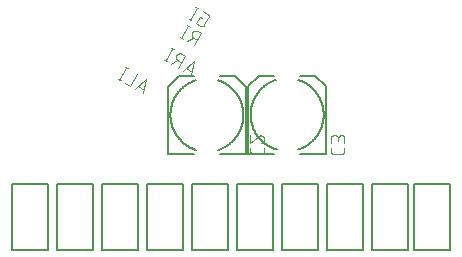
<source format=gbo>
G04 EAGLE Gerber RS-274X export*
G75*
%MOMM*%
%FSLAX34Y34*%
%LPD*%
%INBottom Silkscreen*%
%IPPOS*%
%AMOC8*
5,1,8,0,0,1.08239X$1,22.5*%
G01*
%ADD10C,0.152400*%
%ADD11C,0.203200*%
%ADD12C,0.101600*%


D10*
X0Y43180D02*
X30480Y43180D01*
X30480Y-12700D01*
X0Y-12700D01*
X0Y43180D01*
X38100Y43180D02*
X68580Y43180D01*
X68580Y-12700D01*
X38100Y-12700D01*
X38100Y43180D01*
X76200Y43180D02*
X106680Y43180D01*
X106680Y-12700D01*
X76200Y-12700D01*
X76200Y43180D01*
X114300Y43180D02*
X144780Y43180D01*
X144780Y-12700D01*
X114300Y-12700D01*
X114300Y43180D01*
X152400Y43180D02*
X182880Y43180D01*
X182880Y-12700D01*
X152400Y-12700D01*
X152400Y43180D01*
X190500Y43180D02*
X220980Y43180D01*
X220980Y-12700D01*
X190500Y-12700D01*
X190500Y43180D01*
X228600Y43180D02*
X259080Y43180D01*
X259080Y-12700D01*
X228600Y-12700D01*
X228600Y43180D01*
X266700Y43180D02*
X297180Y43180D01*
X297180Y-12700D01*
X266700Y-12700D01*
X266700Y43180D01*
X304800Y43180D02*
X335280Y43180D01*
X335280Y-12700D01*
X304800Y-12700D01*
X304800Y43180D01*
X340360Y43180D02*
X370840Y43180D01*
X370840Y-12700D01*
X340360Y-12700D01*
X340360Y43180D01*
D11*
X132100Y68600D02*
X132100Y125600D01*
X132100Y68600D02*
X154100Y68600D01*
X176100Y68600D02*
X198100Y68600D01*
X198100Y125600D01*
X189100Y134600D02*
X176100Y134600D01*
X154100Y134600D02*
X141100Y134600D01*
X132100Y125600D01*
X189100Y134600D02*
X198100Y125600D01*
X155600Y131099D02*
X154886Y130859D01*
X154178Y130602D01*
X153477Y130327D01*
X152782Y130035D01*
X152095Y129727D01*
X151416Y129402D01*
X150744Y129060D01*
X150082Y128702D01*
X149428Y128328D01*
X148783Y127939D01*
X148148Y127533D01*
X147523Y127113D01*
X146909Y126677D01*
X146305Y126226D01*
X145713Y125761D01*
X145132Y125282D01*
X144563Y124788D01*
X144006Y124281D01*
X143461Y123760D01*
X142930Y123227D01*
X142411Y122680D01*
X141907Y122121D01*
X141415Y121550D01*
X140938Y120967D01*
X140476Y120373D01*
X140027Y119767D01*
X139594Y119151D01*
X139176Y118525D01*
X138773Y117888D01*
X138386Y117242D01*
X138015Y116587D01*
X137660Y115922D01*
X137321Y115250D01*
X136999Y114569D01*
X136693Y113880D01*
X136404Y113185D01*
X136132Y112482D01*
X135878Y111773D01*
X135640Y111058D01*
X135421Y110338D01*
X135218Y109612D01*
X135034Y108882D01*
X134867Y108147D01*
X134719Y107409D01*
X134588Y106667D01*
X134476Y105922D01*
X134381Y105175D01*
X134305Y104425D01*
X134248Y103674D01*
X134208Y102922D01*
X134187Y102169D01*
X134184Y101416D01*
X134200Y100663D01*
X134234Y99910D01*
X134286Y99159D01*
X134356Y98409D01*
X134445Y97661D01*
X134552Y96915D01*
X134677Y96173D01*
X134820Y95433D01*
X134981Y94697D01*
X135160Y93966D01*
X135357Y93238D01*
X135572Y92516D01*
X135804Y91800D01*
X136053Y91089D01*
X136320Y90384D01*
X136603Y89687D01*
X136904Y88996D01*
X137221Y88313D01*
X137555Y87638D01*
X137905Y86971D01*
X138272Y86313D01*
X138654Y85664D01*
X139052Y85024D01*
X139465Y84394D01*
X139894Y83775D01*
X140338Y83166D01*
X140796Y82568D01*
X141269Y81982D01*
X141756Y81407D01*
X142256Y80845D01*
X142771Y80294D01*
X143298Y79757D01*
X143839Y79232D01*
X144392Y78721D01*
X144957Y78223D01*
X145535Y77739D01*
X146124Y77270D01*
X146724Y76815D01*
X147335Y76374D01*
X147957Y75949D01*
X148589Y75539D01*
X149230Y75145D01*
X149882Y74766D01*
X150542Y74403D01*
X151211Y74057D01*
X151888Y73726D01*
X152572Y73413D01*
X153265Y73116D01*
X153964Y72836D01*
X154670Y72573D01*
X155382Y72328D01*
X156100Y72100D01*
X174600Y72101D02*
X175314Y72341D01*
X176022Y72598D01*
X176723Y72873D01*
X177418Y73165D01*
X178105Y73473D01*
X178784Y73798D01*
X179456Y74140D01*
X180118Y74498D01*
X180772Y74872D01*
X181417Y75261D01*
X182052Y75667D01*
X182677Y76087D01*
X183291Y76523D01*
X183895Y76974D01*
X184487Y77439D01*
X185068Y77918D01*
X185637Y78412D01*
X186194Y78919D01*
X186739Y79440D01*
X187270Y79973D01*
X187789Y80520D01*
X188293Y81079D01*
X188785Y81650D01*
X189262Y82233D01*
X189724Y82827D01*
X190173Y83433D01*
X190606Y84049D01*
X191024Y84675D01*
X191427Y85312D01*
X191814Y85958D01*
X192185Y86613D01*
X192540Y87278D01*
X192879Y87950D01*
X193201Y88631D01*
X193507Y89320D01*
X193796Y90015D01*
X194068Y90718D01*
X194322Y91427D01*
X194560Y92142D01*
X194779Y92862D01*
X194982Y93588D01*
X195166Y94318D01*
X195333Y95053D01*
X195481Y95791D01*
X195612Y96533D01*
X195724Y97278D01*
X195819Y98025D01*
X195895Y98775D01*
X195952Y99526D01*
X195992Y100278D01*
X196013Y101031D01*
X196016Y101784D01*
X196000Y102537D01*
X195966Y103290D01*
X195914Y104041D01*
X195844Y104791D01*
X195755Y105539D01*
X195648Y106285D01*
X195523Y107027D01*
X195380Y107767D01*
X195219Y108503D01*
X195040Y109234D01*
X194843Y109962D01*
X194628Y110684D01*
X194396Y111400D01*
X194147Y112111D01*
X193880Y112816D01*
X193597Y113513D01*
X193296Y114204D01*
X192979Y114887D01*
X192645Y115562D01*
X192295Y116229D01*
X191928Y116887D01*
X191546Y117536D01*
X191148Y118176D01*
X190735Y118806D01*
X190306Y119425D01*
X189862Y120034D01*
X189404Y120632D01*
X188931Y121218D01*
X188444Y121793D01*
X187944Y122355D01*
X187429Y122906D01*
X186902Y123443D01*
X186361Y123968D01*
X185808Y124479D01*
X185243Y124977D01*
X184665Y125461D01*
X184076Y125930D01*
X183476Y126385D01*
X182865Y126826D01*
X182243Y127251D01*
X181611Y127661D01*
X180970Y128055D01*
X180318Y128434D01*
X179658Y128797D01*
X178989Y129143D01*
X178312Y129474D01*
X177628Y129787D01*
X176935Y130084D01*
X176236Y130364D01*
X175530Y130627D01*
X174818Y130872D01*
X174100Y131100D01*
D12*
X201908Y73401D02*
X201908Y70804D01*
X201910Y70705D01*
X201916Y70605D01*
X201925Y70506D01*
X201938Y70408D01*
X201955Y70310D01*
X201976Y70212D01*
X202001Y70116D01*
X202029Y70021D01*
X202061Y69927D01*
X202096Y69834D01*
X202135Y69742D01*
X202178Y69652D01*
X202223Y69564D01*
X202273Y69477D01*
X202325Y69393D01*
X202381Y69310D01*
X202439Y69230D01*
X202501Y69152D01*
X202566Y69077D01*
X202634Y69004D01*
X202704Y68934D01*
X202777Y68866D01*
X202852Y68801D01*
X202930Y68739D01*
X203010Y68681D01*
X203093Y68625D01*
X203177Y68573D01*
X203264Y68523D01*
X203352Y68478D01*
X203442Y68435D01*
X203534Y68396D01*
X203627Y68361D01*
X203721Y68329D01*
X203816Y68301D01*
X203912Y68276D01*
X204010Y68255D01*
X204108Y68238D01*
X204206Y68225D01*
X204305Y68216D01*
X204405Y68210D01*
X204504Y68208D01*
X210996Y68208D01*
X211095Y68210D01*
X211195Y68216D01*
X211294Y68225D01*
X211392Y68238D01*
X211490Y68255D01*
X211588Y68276D01*
X211684Y68301D01*
X211779Y68329D01*
X211873Y68361D01*
X211966Y68396D01*
X212058Y68435D01*
X212148Y68478D01*
X212236Y68523D01*
X212323Y68573D01*
X212407Y68625D01*
X212490Y68681D01*
X212570Y68739D01*
X212648Y68801D01*
X212723Y68866D01*
X212796Y68934D01*
X212866Y69004D01*
X212934Y69077D01*
X212999Y69152D01*
X213061Y69230D01*
X213119Y69310D01*
X213175Y69393D01*
X213227Y69477D01*
X213277Y69564D01*
X213322Y69652D01*
X213365Y69742D01*
X213404Y69834D01*
X213439Y69926D01*
X213471Y70021D01*
X213499Y70116D01*
X213524Y70212D01*
X213545Y70310D01*
X213562Y70408D01*
X213575Y70506D01*
X213584Y70605D01*
X213590Y70705D01*
X213592Y70804D01*
X213592Y73401D01*
X213592Y81336D02*
X213590Y81443D01*
X213584Y81549D01*
X213574Y81655D01*
X213561Y81761D01*
X213543Y81867D01*
X213522Y81971D01*
X213497Y82075D01*
X213468Y82178D01*
X213436Y82279D01*
X213399Y82379D01*
X213359Y82478D01*
X213316Y82576D01*
X213269Y82672D01*
X213218Y82766D01*
X213164Y82858D01*
X213107Y82948D01*
X213047Y83036D01*
X212983Y83121D01*
X212916Y83204D01*
X212846Y83285D01*
X212774Y83363D01*
X212698Y83439D01*
X212620Y83511D01*
X212539Y83581D01*
X212456Y83648D01*
X212371Y83712D01*
X212283Y83772D01*
X212193Y83829D01*
X212101Y83883D01*
X212007Y83934D01*
X211911Y83981D01*
X211813Y84024D01*
X211714Y84064D01*
X211614Y84101D01*
X211513Y84133D01*
X211410Y84162D01*
X211306Y84187D01*
X211202Y84208D01*
X211096Y84226D01*
X210990Y84239D01*
X210884Y84249D01*
X210778Y84255D01*
X210671Y84257D01*
X213592Y81336D02*
X213590Y81215D01*
X213584Y81094D01*
X213574Y80974D01*
X213561Y80853D01*
X213543Y80734D01*
X213522Y80614D01*
X213497Y80496D01*
X213468Y80379D01*
X213435Y80262D01*
X213399Y80147D01*
X213358Y80033D01*
X213315Y79920D01*
X213267Y79808D01*
X213216Y79699D01*
X213161Y79591D01*
X213103Y79484D01*
X213042Y79380D01*
X212977Y79278D01*
X212909Y79178D01*
X212838Y79080D01*
X212764Y78984D01*
X212687Y78891D01*
X212606Y78801D01*
X212523Y78713D01*
X212437Y78628D01*
X212348Y78545D01*
X212257Y78466D01*
X212163Y78389D01*
X212067Y78316D01*
X211969Y78246D01*
X211868Y78179D01*
X211765Y78115D01*
X211660Y78055D01*
X211553Y77998D01*
X211445Y77944D01*
X211335Y77894D01*
X211223Y77848D01*
X211110Y77805D01*
X210995Y77766D01*
X208399Y83284D02*
X208476Y83363D01*
X208557Y83439D01*
X208640Y83512D01*
X208725Y83582D01*
X208813Y83649D01*
X208903Y83713D01*
X208995Y83773D01*
X209090Y83830D01*
X209186Y83884D01*
X209284Y83935D01*
X209384Y83982D01*
X209486Y84026D01*
X209589Y84066D01*
X209693Y84102D01*
X209799Y84134D01*
X209905Y84163D01*
X210013Y84188D01*
X210121Y84210D01*
X210231Y84227D01*
X210340Y84241D01*
X210450Y84250D01*
X210561Y84256D01*
X210671Y84258D01*
X208399Y83284D02*
X201908Y77766D01*
X201908Y84257D01*
D11*
X200045Y68981D02*
X200045Y125981D01*
X200045Y68981D02*
X222045Y68981D01*
X244045Y68981D02*
X266045Y68981D01*
X266045Y125981D01*
X257045Y134981D02*
X244045Y134981D01*
X222045Y134981D02*
X209045Y134981D01*
X200045Y125981D01*
X257045Y134981D02*
X266045Y125981D01*
X223545Y131480D02*
X222831Y131240D01*
X222123Y130983D01*
X221422Y130708D01*
X220727Y130416D01*
X220040Y130108D01*
X219361Y129783D01*
X218689Y129441D01*
X218027Y129083D01*
X217373Y128709D01*
X216728Y128320D01*
X216093Y127914D01*
X215468Y127494D01*
X214854Y127058D01*
X214250Y126607D01*
X213658Y126142D01*
X213077Y125663D01*
X212508Y125169D01*
X211951Y124662D01*
X211406Y124141D01*
X210875Y123608D01*
X210356Y123061D01*
X209852Y122502D01*
X209360Y121931D01*
X208883Y121348D01*
X208421Y120754D01*
X207972Y120148D01*
X207539Y119532D01*
X207121Y118906D01*
X206718Y118269D01*
X206331Y117623D01*
X205960Y116968D01*
X205605Y116303D01*
X205266Y115631D01*
X204944Y114950D01*
X204638Y114261D01*
X204349Y113566D01*
X204077Y112863D01*
X203823Y112154D01*
X203585Y111439D01*
X203366Y110719D01*
X203163Y109993D01*
X202979Y109263D01*
X202812Y108528D01*
X202664Y107790D01*
X202533Y107048D01*
X202421Y106303D01*
X202326Y105556D01*
X202250Y104806D01*
X202193Y104055D01*
X202153Y103303D01*
X202132Y102550D01*
X202129Y101797D01*
X202145Y101044D01*
X202179Y100291D01*
X202231Y99540D01*
X202301Y98790D01*
X202390Y98042D01*
X202497Y97296D01*
X202622Y96554D01*
X202765Y95814D01*
X202926Y95078D01*
X203105Y94347D01*
X203302Y93619D01*
X203517Y92897D01*
X203749Y92181D01*
X203998Y91470D01*
X204265Y90765D01*
X204548Y90068D01*
X204849Y89377D01*
X205166Y88694D01*
X205500Y88019D01*
X205850Y87352D01*
X206217Y86694D01*
X206599Y86045D01*
X206997Y85405D01*
X207410Y84775D01*
X207839Y84156D01*
X208283Y83547D01*
X208741Y82949D01*
X209214Y82363D01*
X209701Y81788D01*
X210201Y81226D01*
X210716Y80675D01*
X211243Y80138D01*
X211784Y79613D01*
X212337Y79102D01*
X212902Y78604D01*
X213480Y78120D01*
X214069Y77651D01*
X214669Y77196D01*
X215280Y76755D01*
X215902Y76330D01*
X216534Y75920D01*
X217175Y75526D01*
X217827Y75147D01*
X218487Y74784D01*
X219156Y74438D01*
X219833Y74107D01*
X220517Y73794D01*
X221210Y73497D01*
X221909Y73217D01*
X222615Y72954D01*
X223327Y72709D01*
X224045Y72481D01*
X242545Y72482D02*
X243259Y72722D01*
X243967Y72979D01*
X244668Y73254D01*
X245363Y73546D01*
X246050Y73854D01*
X246729Y74179D01*
X247401Y74521D01*
X248063Y74879D01*
X248717Y75253D01*
X249362Y75642D01*
X249997Y76048D01*
X250622Y76468D01*
X251236Y76904D01*
X251840Y77355D01*
X252432Y77820D01*
X253013Y78299D01*
X253582Y78793D01*
X254139Y79300D01*
X254684Y79821D01*
X255215Y80354D01*
X255734Y80901D01*
X256238Y81460D01*
X256730Y82031D01*
X257207Y82614D01*
X257669Y83208D01*
X258118Y83814D01*
X258551Y84430D01*
X258969Y85056D01*
X259372Y85693D01*
X259759Y86339D01*
X260130Y86994D01*
X260485Y87659D01*
X260824Y88331D01*
X261146Y89012D01*
X261452Y89701D01*
X261741Y90396D01*
X262013Y91099D01*
X262267Y91808D01*
X262505Y92523D01*
X262724Y93243D01*
X262927Y93969D01*
X263111Y94699D01*
X263278Y95434D01*
X263426Y96172D01*
X263557Y96914D01*
X263669Y97659D01*
X263764Y98406D01*
X263840Y99156D01*
X263897Y99907D01*
X263937Y100659D01*
X263958Y101412D01*
X263961Y102165D01*
X263945Y102918D01*
X263911Y103671D01*
X263859Y104422D01*
X263789Y105172D01*
X263700Y105920D01*
X263593Y106666D01*
X263468Y107408D01*
X263325Y108148D01*
X263164Y108884D01*
X262985Y109615D01*
X262788Y110343D01*
X262573Y111065D01*
X262341Y111781D01*
X262092Y112492D01*
X261825Y113197D01*
X261542Y113894D01*
X261241Y114585D01*
X260924Y115268D01*
X260590Y115943D01*
X260240Y116610D01*
X259873Y117268D01*
X259491Y117917D01*
X259093Y118557D01*
X258680Y119187D01*
X258251Y119806D01*
X257807Y120415D01*
X257349Y121013D01*
X256876Y121599D01*
X256389Y122174D01*
X255889Y122736D01*
X255374Y123287D01*
X254847Y123824D01*
X254306Y124349D01*
X253753Y124860D01*
X253188Y125358D01*
X252610Y125842D01*
X252021Y126311D01*
X251421Y126766D01*
X250810Y127207D01*
X250188Y127632D01*
X249556Y128042D01*
X248915Y128436D01*
X248263Y128815D01*
X247603Y129178D01*
X246934Y129524D01*
X246257Y129855D01*
X245573Y130168D01*
X244880Y130465D01*
X244181Y130745D01*
X243475Y131008D01*
X242763Y131253D01*
X242045Y131481D01*
D12*
X269853Y73782D02*
X269853Y71185D01*
X269855Y71086D01*
X269861Y70986D01*
X269870Y70887D01*
X269883Y70789D01*
X269900Y70691D01*
X269921Y70593D01*
X269946Y70497D01*
X269974Y70402D01*
X270006Y70308D01*
X270041Y70215D01*
X270080Y70123D01*
X270123Y70033D01*
X270168Y69945D01*
X270218Y69858D01*
X270270Y69774D01*
X270326Y69691D01*
X270384Y69611D01*
X270446Y69533D01*
X270511Y69458D01*
X270579Y69385D01*
X270649Y69315D01*
X270722Y69247D01*
X270797Y69182D01*
X270875Y69120D01*
X270955Y69062D01*
X271038Y69006D01*
X271122Y68954D01*
X271209Y68904D01*
X271297Y68859D01*
X271387Y68816D01*
X271479Y68777D01*
X271572Y68742D01*
X271666Y68710D01*
X271761Y68682D01*
X271857Y68657D01*
X271955Y68636D01*
X272053Y68619D01*
X272151Y68606D01*
X272250Y68597D01*
X272350Y68591D01*
X272449Y68589D01*
X278941Y68589D01*
X279040Y68591D01*
X279140Y68597D01*
X279239Y68606D01*
X279337Y68619D01*
X279435Y68636D01*
X279533Y68657D01*
X279629Y68682D01*
X279724Y68710D01*
X279818Y68742D01*
X279911Y68777D01*
X280003Y68816D01*
X280093Y68859D01*
X280181Y68904D01*
X280268Y68954D01*
X280352Y69006D01*
X280435Y69062D01*
X280515Y69120D01*
X280593Y69182D01*
X280668Y69247D01*
X280741Y69315D01*
X280811Y69385D01*
X280879Y69458D01*
X280944Y69533D01*
X281006Y69611D01*
X281064Y69691D01*
X281120Y69774D01*
X281172Y69858D01*
X281222Y69945D01*
X281267Y70033D01*
X281310Y70123D01*
X281349Y70215D01*
X281384Y70307D01*
X281416Y70402D01*
X281444Y70497D01*
X281469Y70593D01*
X281490Y70691D01*
X281507Y70789D01*
X281520Y70887D01*
X281529Y70986D01*
X281535Y71086D01*
X281537Y71185D01*
X281537Y73782D01*
X269853Y78147D02*
X269853Y81393D01*
X269855Y81506D01*
X269861Y81619D01*
X269871Y81732D01*
X269885Y81845D01*
X269902Y81957D01*
X269924Y82068D01*
X269949Y82178D01*
X269979Y82288D01*
X270012Y82396D01*
X270049Y82503D01*
X270089Y82609D01*
X270134Y82713D01*
X270182Y82816D01*
X270233Y82917D01*
X270288Y83016D01*
X270346Y83113D01*
X270408Y83208D01*
X270473Y83301D01*
X270541Y83391D01*
X270612Y83479D01*
X270687Y83565D01*
X270764Y83648D01*
X270844Y83728D01*
X270927Y83805D01*
X271013Y83880D01*
X271101Y83951D01*
X271191Y84019D01*
X271284Y84084D01*
X271379Y84146D01*
X271476Y84204D01*
X271575Y84259D01*
X271676Y84310D01*
X271779Y84358D01*
X271883Y84403D01*
X271989Y84443D01*
X272096Y84480D01*
X272204Y84513D01*
X272314Y84543D01*
X272424Y84568D01*
X272535Y84590D01*
X272647Y84607D01*
X272760Y84621D01*
X272873Y84631D01*
X272986Y84637D01*
X273099Y84639D01*
X273212Y84637D01*
X273325Y84631D01*
X273438Y84621D01*
X273551Y84607D01*
X273663Y84590D01*
X273774Y84568D01*
X273884Y84543D01*
X273994Y84513D01*
X274102Y84480D01*
X274209Y84443D01*
X274315Y84403D01*
X274419Y84358D01*
X274522Y84310D01*
X274623Y84259D01*
X274722Y84204D01*
X274819Y84146D01*
X274914Y84084D01*
X275007Y84019D01*
X275097Y83951D01*
X275185Y83880D01*
X275271Y83805D01*
X275354Y83728D01*
X275434Y83648D01*
X275511Y83565D01*
X275586Y83479D01*
X275657Y83391D01*
X275725Y83301D01*
X275790Y83208D01*
X275852Y83113D01*
X275910Y83016D01*
X275965Y82917D01*
X276016Y82816D01*
X276064Y82713D01*
X276109Y82609D01*
X276149Y82503D01*
X276186Y82396D01*
X276219Y82288D01*
X276249Y82178D01*
X276274Y82068D01*
X276296Y81957D01*
X276313Y81845D01*
X276327Y81732D01*
X276337Y81619D01*
X276343Y81506D01*
X276345Y81393D01*
X281537Y82042D02*
X281537Y78147D01*
X281537Y82042D02*
X281535Y82143D01*
X281529Y82243D01*
X281519Y82343D01*
X281506Y82443D01*
X281488Y82542D01*
X281467Y82641D01*
X281442Y82738D01*
X281413Y82835D01*
X281380Y82930D01*
X281344Y83024D01*
X281304Y83116D01*
X281261Y83207D01*
X281214Y83296D01*
X281164Y83383D01*
X281110Y83469D01*
X281053Y83552D01*
X280993Y83632D01*
X280930Y83711D01*
X280863Y83787D01*
X280794Y83860D01*
X280722Y83930D01*
X280648Y83998D01*
X280571Y84063D01*
X280491Y84124D01*
X280409Y84183D01*
X280325Y84238D01*
X280239Y84290D01*
X280151Y84339D01*
X280061Y84384D01*
X279969Y84426D01*
X279876Y84464D01*
X279781Y84498D01*
X279686Y84529D01*
X279589Y84556D01*
X279491Y84579D01*
X279392Y84599D01*
X279292Y84614D01*
X279192Y84626D01*
X279092Y84634D01*
X278991Y84638D01*
X278891Y84638D01*
X278790Y84634D01*
X278690Y84626D01*
X278590Y84614D01*
X278490Y84599D01*
X278391Y84579D01*
X278293Y84556D01*
X278196Y84529D01*
X278101Y84498D01*
X278006Y84464D01*
X277913Y84426D01*
X277821Y84384D01*
X277731Y84339D01*
X277643Y84290D01*
X277557Y84238D01*
X277473Y84183D01*
X277391Y84124D01*
X277311Y84063D01*
X277234Y83998D01*
X277160Y83930D01*
X277088Y83860D01*
X277019Y83787D01*
X276952Y83711D01*
X276889Y83632D01*
X276829Y83552D01*
X276772Y83469D01*
X276718Y83383D01*
X276668Y83296D01*
X276621Y83207D01*
X276578Y83116D01*
X276538Y83024D01*
X276502Y82930D01*
X276469Y82835D01*
X276440Y82738D01*
X276415Y82641D01*
X276394Y82542D01*
X276376Y82443D01*
X276363Y82343D01*
X276353Y82243D01*
X276347Y82143D01*
X276345Y82042D01*
X276344Y82042D02*
X276344Y79445D01*
X110959Y120082D02*
X113428Y132148D01*
X104213Y123977D01*
X106517Y126020D02*
X111576Y123099D01*
X100148Y126323D02*
X105990Y136442D01*
X100148Y126323D02*
X95651Y128920D01*
X91088Y131554D02*
X96930Y141673D01*
X89964Y132204D02*
X92212Y130905D01*
X98054Y141024D02*
X95806Y142322D01*
X151599Y135322D02*
X154068Y147388D01*
X144853Y139217D01*
X147157Y141260D02*
X152216Y138339D01*
X140744Y141589D02*
X146586Y151708D01*
X143776Y153330D01*
X143776Y153331D02*
X143677Y153386D01*
X143576Y153437D01*
X143473Y153485D01*
X143369Y153530D01*
X143263Y153570D01*
X143156Y153607D01*
X143048Y153640D01*
X142938Y153670D01*
X142828Y153695D01*
X142717Y153717D01*
X142605Y153734D01*
X142492Y153748D01*
X142379Y153758D01*
X142266Y153764D01*
X142153Y153766D01*
X142040Y153764D01*
X141927Y153758D01*
X141814Y153748D01*
X141701Y153734D01*
X141589Y153717D01*
X141478Y153695D01*
X141368Y153670D01*
X141258Y153640D01*
X141150Y153607D01*
X141043Y153570D01*
X140937Y153530D01*
X140833Y153485D01*
X140730Y153437D01*
X140629Y153386D01*
X140530Y153331D01*
X140433Y153273D01*
X140338Y153211D01*
X140245Y153146D01*
X140155Y153078D01*
X140067Y153007D01*
X139981Y152932D01*
X139898Y152855D01*
X139818Y152775D01*
X139741Y152692D01*
X139666Y152606D01*
X139595Y152518D01*
X139527Y152428D01*
X139462Y152335D01*
X139400Y152240D01*
X139342Y152143D01*
X139287Y152044D01*
X139236Y151943D01*
X139188Y151840D01*
X139143Y151736D01*
X139103Y151630D01*
X139066Y151523D01*
X139033Y151415D01*
X139003Y151305D01*
X138978Y151195D01*
X138956Y151084D01*
X138939Y150972D01*
X138925Y150859D01*
X138915Y150746D01*
X138909Y150633D01*
X138907Y150520D01*
X138909Y150407D01*
X138915Y150294D01*
X138925Y150181D01*
X138939Y150068D01*
X138956Y149956D01*
X138978Y149845D01*
X139003Y149735D01*
X139033Y149625D01*
X139066Y149517D01*
X139103Y149410D01*
X139143Y149304D01*
X139188Y149200D01*
X139236Y149097D01*
X139287Y148996D01*
X139342Y148897D01*
X139400Y148800D01*
X139462Y148705D01*
X139527Y148612D01*
X139595Y148522D01*
X139666Y148433D01*
X139741Y148348D01*
X139818Y148265D01*
X139898Y148185D01*
X139981Y148108D01*
X140067Y148033D01*
X140155Y147962D01*
X140245Y147894D01*
X140338Y147829D01*
X140433Y147767D01*
X140530Y147709D01*
X143341Y146086D01*
X139968Y148033D02*
X135123Y144835D01*
X130078Y147747D02*
X135920Y157866D01*
X131203Y147098D02*
X128954Y148396D01*
X134796Y158515D02*
X137045Y157216D01*
X154139Y160722D02*
X159981Y170841D01*
X157170Y172464D01*
X157071Y172519D01*
X156970Y172570D01*
X156867Y172618D01*
X156763Y172663D01*
X156657Y172703D01*
X156550Y172740D01*
X156442Y172773D01*
X156332Y172803D01*
X156222Y172828D01*
X156111Y172850D01*
X155999Y172867D01*
X155886Y172881D01*
X155773Y172891D01*
X155660Y172897D01*
X155547Y172899D01*
X155434Y172897D01*
X155321Y172891D01*
X155208Y172881D01*
X155095Y172867D01*
X154983Y172850D01*
X154872Y172828D01*
X154762Y172803D01*
X154652Y172773D01*
X154544Y172740D01*
X154437Y172703D01*
X154331Y172663D01*
X154227Y172618D01*
X154124Y172570D01*
X154023Y172519D01*
X153924Y172464D01*
X153827Y172406D01*
X153732Y172344D01*
X153639Y172279D01*
X153549Y172211D01*
X153461Y172140D01*
X153375Y172065D01*
X153292Y171988D01*
X153212Y171908D01*
X153135Y171825D01*
X153060Y171739D01*
X152989Y171651D01*
X152921Y171561D01*
X152856Y171468D01*
X152794Y171373D01*
X152736Y171276D01*
X152681Y171177D01*
X152630Y171076D01*
X152582Y170973D01*
X152537Y170869D01*
X152497Y170763D01*
X152460Y170656D01*
X152427Y170548D01*
X152397Y170438D01*
X152372Y170328D01*
X152350Y170217D01*
X152333Y170105D01*
X152319Y169992D01*
X152309Y169879D01*
X152303Y169766D01*
X152301Y169653D01*
X152303Y169540D01*
X152309Y169427D01*
X152319Y169314D01*
X152333Y169201D01*
X152350Y169089D01*
X152372Y168978D01*
X152397Y168868D01*
X152427Y168758D01*
X152460Y168650D01*
X152497Y168543D01*
X152537Y168437D01*
X152582Y168333D01*
X152630Y168230D01*
X152681Y168129D01*
X152736Y168030D01*
X152794Y167933D01*
X152856Y167838D01*
X152921Y167745D01*
X152989Y167655D01*
X153060Y167566D01*
X153135Y167481D01*
X153212Y167398D01*
X153292Y167318D01*
X153375Y167241D01*
X153461Y167166D01*
X153549Y167095D01*
X153639Y167027D01*
X153732Y166962D01*
X153827Y166900D01*
X153924Y166842D01*
X156735Y165219D01*
X153362Y167167D02*
X148517Y163968D01*
X143473Y166880D02*
X149315Y176999D01*
X144597Y166231D02*
X142349Y167529D01*
X148191Y177648D02*
X150439Y176350D01*
X159383Y184829D02*
X161069Y183855D01*
X159383Y184829D02*
X156137Y179208D01*
X159510Y177260D01*
X159510Y177261D02*
X159597Y177213D01*
X159686Y177168D01*
X159776Y177127D01*
X159868Y177089D01*
X159962Y177055D01*
X160056Y177024D01*
X160152Y176997D01*
X160249Y176974D01*
X160346Y176954D01*
X160445Y176939D01*
X160543Y176927D01*
X160642Y176918D01*
X160742Y176914D01*
X160841Y176913D01*
X160941Y176916D01*
X161040Y176923D01*
X161139Y176934D01*
X161237Y176949D01*
X161335Y176967D01*
X161432Y176989D01*
X161528Y177015D01*
X161623Y177044D01*
X161717Y177077D01*
X161809Y177114D01*
X161900Y177154D01*
X161990Y177197D01*
X162077Y177244D01*
X162163Y177295D01*
X162247Y177348D01*
X162329Y177405D01*
X162408Y177465D01*
X162485Y177527D01*
X162560Y177593D01*
X162632Y177662D01*
X162701Y177733D01*
X162768Y177807D01*
X162832Y177883D01*
X162893Y177962D01*
X162950Y178043D01*
X163005Y178126D01*
X163056Y178211D01*
X163057Y178211D02*
X166302Y183832D01*
X166350Y183919D01*
X166395Y184008D01*
X166436Y184098D01*
X166474Y184190D01*
X166508Y184284D01*
X166539Y184378D01*
X166566Y184474D01*
X166589Y184571D01*
X166609Y184668D01*
X166624Y184767D01*
X166636Y184865D01*
X166645Y184964D01*
X166649Y185064D01*
X166650Y185163D01*
X166647Y185263D01*
X166640Y185362D01*
X166629Y185461D01*
X166614Y185559D01*
X166596Y185657D01*
X166574Y185754D01*
X166548Y185850D01*
X166519Y185945D01*
X166486Y186039D01*
X166449Y186131D01*
X166409Y186222D01*
X166366Y186312D01*
X166319Y186399D01*
X166268Y186485D01*
X166215Y186569D01*
X166158Y186651D01*
X166098Y186730D01*
X166036Y186807D01*
X165970Y186882D01*
X165901Y186954D01*
X165830Y187023D01*
X165756Y187090D01*
X165680Y187154D01*
X165601Y187214D01*
X165520Y187272D01*
X165437Y187327D01*
X165352Y187378D01*
X165352Y187379D02*
X161979Y189326D01*
X156541Y192466D02*
X150699Y182347D01*
X151823Y181698D02*
X149575Y182997D01*
X155417Y193115D02*
X157665Y191817D01*
M02*

</source>
